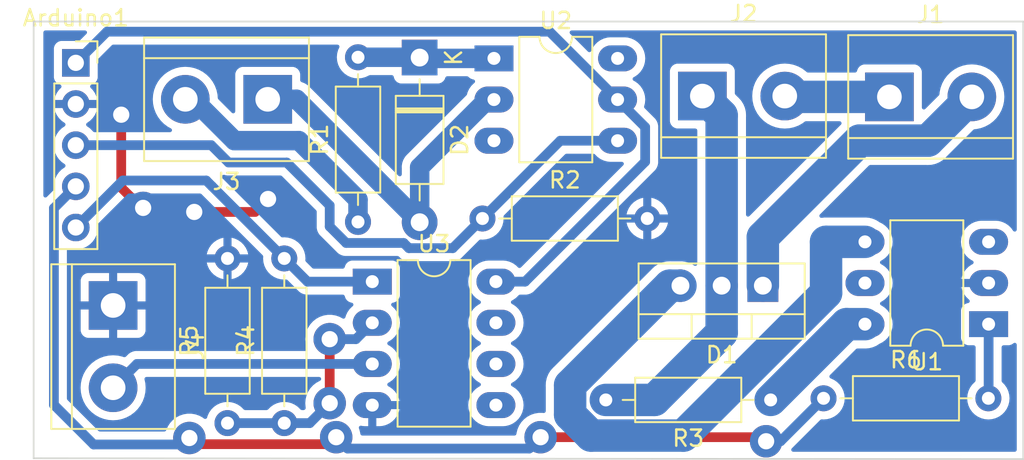
<source format=kicad_pcb>
(kicad_pcb (version 20221018) (generator pcbnew)
  (layers (0 "F.Cu" signal) (31 "B.Cu" signal) (34 "B.Paste" user) (35 "F.Paste" user) (36 "B.SilkS" user "B.Silkscreen") (37 "F.SilkS" user "F.Silkscreen") (38 "B.Mask" user) (39 "F.Mask" user) (44 "Edge.Cuts" user))
  (net 0 "")
  (net 1 "VCC")
  (net 2 "GND")
  (net 3 "CrucePorCero")
  (net 4 "Opto")
  (net 5 "Control")
  (net 6 "Net-(D1-A1)")
  (net 7 "Net-(D1-A2)")
  (net 8 "Net-(D1-G)")
  (net 9 "Net-(D2-K)")
  (net 10 "Net-(D2-A)")
  (net 11 "Net-(J1-Pin_1)")
  (net 12 "Net-(J3-Pin_2)")
  (net 13 "Net-(J4-Pin_2)")
  (net 14 "Net-(R3-Pad1)")
  (net 15 "Net-(U3A--)")
  (net 16 "Net-(R6-Pad2)")
  (footprint "Resistor_THT:R_Axial_DIN0207_L6.3mm_D2.5mm_P10.16mm_Horizontal" (layer "F.Cu") (at 83.895 50.315 90)
    (fp_text reference "R1" (at 5.08 -2.37 90) (layer "F.SilkS"))
    (fp_text value "1.5K")
    (fp_line (start 1.04 0) (end 1.81 0) (stroke (width 0.12)) (layer "F.SilkS"))
    (fp_line (start 1.81 -1.37) (end 1.81 1.37) (stroke (width 0.12)) (layer "F.SilkS"))
    (fp_line (start 1.81 1.37) (end 8.35 1.37) (stroke (width 0.12)) (layer "F.SilkS"))
    (fp_line (start 8.35 -1.37) (end 1.81 -1.37) (stroke (width 0.12)) (layer "F.SilkS"))
    (fp_line (start 8.35 1.37) (end 8.35 -1.37) (stroke (width 0.12)) (layer "F.SilkS"))
    (fp_line (start 9.12 0) (end 8.35 0) (stroke (width 0.12)) (layer "F.SilkS"))
    (pad "1" thru_hole circle (at 0 0 90) (size 1.6 1.6) (drill 0.8) (layers "*.Cu" "*.Mask") (net 12 "Net-(J3-Pin_2)"))
    (pad "2" thru_hole oval (at 10.16 0 90) (size 1.6 1.6) (drill 0.8) (layers "*.Cu" "*.Mask") (net 9 "Net-(D2-K)"))
  )
  (footprint "TerminalBlock:TerminalBlock_bornier-2_P5.08mm" (layer "F.Cu") (at 105.12 42.55)
    (fp_text reference "J2" (at 2.54 -5.08) (layer "F.SilkS"))
    (fp_text value "Carga")
    (fp_line (start -2.54 -3.81) (end -2.54 3.81) (stroke (width 0.12)) (layer "F.SilkS"))
    (fp_line (start -2.54 3.81) (end 7.62 3.81) (stroke (width 0.12)) (layer "F.SilkS"))
    (fp_line (start 7.62 -3.81) (end -2.54 -3.81) (stroke (width 0.12)) (layer "F.SilkS"))
    (fp_line (start 7.62 2.54) (end -2.54 2.54) (stroke (width 0.12)) (layer "F.SilkS"))
    (fp_line (start 7.62 3.81) (end 7.62 -3.81) (stroke (width 0.12)) (layer "F.SilkS"))
    (pad "1" thru_hole rect (at 0 0) (size 3 3) (drill 1.52) (layers "*.Cu" "*.Mask") (net 7 "Net-(D1-A2)"))
    (pad "2" thru_hole circle (at 5.08 0) (size 3 3) (drill 1.52) (layers "*.Cu" "*.Mask") (net 11 "Net-(J1-Pin_1)"))
  )
  (footprint "Resistor_THT:R_Axial_DIN0207_L6.3mm_D2.5mm_P10.16mm_Horizontal" (layer "F.Cu") (at 79.35 62.73 90)
    (fp_text reference "R4" (at 5.08 -2.37 90) (layer "F.SilkS"))
    (fp_text value "3.3K")
    (fp_line (start 1.04 0) (end 1.81 0) (stroke (width 0.12)) (layer "F.SilkS"))
    (fp_line (start 1.81 -1.37) (end 1.81 1.37) (stroke (width 0.12)) (layer "F.SilkS"))
    (fp_line (start 1.81 1.37) (end 8.35 1.37) (stroke (width 0.12)) (layer "F.SilkS"))
    (fp_line (start 8.35 -1.37) (end 1.81 -1.37) (stroke (width 0.12)) (layer "F.SilkS"))
    (fp_line (start 8.35 1.37) (end 8.35 -1.37) (stroke (width 0.12)) (layer "F.SilkS"))
    (fp_line (start 9.12 0) (end 8.35 0) (stroke (width 0.12)) (layer "F.SilkS"))
    (pad "1" thru_hole circle (at 0 0 90) (size 1.6 1.6) (drill 0.8) (layers "*.Cu" "*.Mask") (net 15 "Net-(U3A--)"))
    (pad "2" thru_hole oval (at 10.16 0 90) (size 1.6 1.6) (drill 0.8) (layers "*.Cu" "*.Mask") (net 5 "Control"))
  )
  (footprint "Package_TO_SOT_THT:TO-220-3_Vertical" (layer "F.Cu") (at 108.85 54.25 180)
    (fp_text reference "D1" (at 2.54 -4.27) (layer "F.SilkS"))
    (fp_text value "FT0818MW")
    (fp_line (start -2.58 -3.27) (end -2.58 1.371) (stroke (width 0.12)) (layer "F.SilkS"))
    (fp_line (start -2.58 -3.27) (end 7.66 -3.27) (stroke (width 0.12)) (layer "F.SilkS"))
    (fp_line (start -2.58 -1.76) (end 7.66 -1.76) (stroke (width 0.12)) (layer "F.SilkS"))
    (fp_line (start -2.58 1.371) (end 7.66 1.371) (stroke (width 0.12)) (layer "F.SilkS"))
    (fp_line (start 0.69 -3.27) (end 0.69 -1.76) (stroke (width 0.12)) (layer "F.SilkS"))
    (fp_line (start 4.391 -3.27) (end 4.391 -1.76) (stroke (width 0.12)) (layer "F.SilkS"))
    (fp_line (start 7.66 -3.27) (end 7.66 1.371) (stroke (width 0.12)) (layer "F.SilkS"))
    (pad "1" thru_hole rect (at 0 0 180) (size 1.905 2) (drill 1.1) (layers "*.Cu" "*.Mask") (net 6 "Net-(D1-A1)"))
    (pad "2" thru_hole oval (at 2.54 0 180) (size 1.905 2) (drill 1.1) (layers "*.Cu" "*.Mask") (net 7 "Net-(D1-A2)"))
    (pad "3" thru_hole oval (at 5.08 0 180) (size 1.905 2) (drill 1.1) (layers "*.Cu" "*.Mask") (net 8 "Net-(D1-G)"))
  )
  (footprint "Resistor_THT:R_Axial_DIN0207_L6.3mm_D2.5mm_P10.16mm_Horizontal" (layer "F.Cu") (at 112.59 61.2)
    (fp_text reference "R6" (at 5.08 -2.37) (layer "F.SilkS"))
    (fp_text value "100")
    (fp_line (start 1.04 0) (end 1.81 0) (stroke (width 0.12)) (layer "F.SilkS"))
    (fp_line (start 1.81 -1.37) (end 1.81 1.37) (stroke (width 0.12)) (layer "F.SilkS"))
    (fp_line (start 1.81 1.37) (end 8.35 1.37) (stroke (width 0.12)) (layer "F.SilkS"))
    (fp_line (start 8.35 -1.37) (end 1.81 -1.37) (stroke (width 0.12)) (layer "F.SilkS"))
    (fp_line (start 8.35 1.37) (end 8.35 -1.37) (stroke (width 0.12)) (layer "F.SilkS"))
    (fp_line (start 9.12 0) (end 8.35 0) (stroke (width 0.12)) (layer "F.SilkS"))
    (pad "1" thru_hole circle (at 0 0) (size 1.6 1.6) (drill 0.8) (layers "*.Cu" "*.Mask") (net 4 "Opto"))
    (pad "2" thru_hole oval (at 10.16 0) (size 1.6 1.6) (drill 0.8) (layers "*.Cu" "*.Mask") (net 16 "Net-(R6-Pad2)"))
  )
  (footprint "Diode_THT:D_DO-41_SOD81_P10.16mm_Horizontal" (layer "F.Cu") (at 87.695 40.175 -90)
    (fp_text reference "D2" (at 5.08 -2.47 90) (layer "F.SilkS"))
    (fp_text value "1N4007")
    (fp_text user "K" (at 0 -2.1 90) (layer "F.SilkS"))
    (fp_line (start 1.34 0) (end 2.36 0) (stroke (width 0.12)) (layer "F.SilkS"))
    (fp_line (start 2.36 -1.47) (end 2.36 1.47) (stroke (width 0.12)) (layer "F.SilkS"))
    (fp_line (start 2.36 1.47) (end 7.8 1.47) (stroke (width 0.12)) (layer "F.SilkS"))
    (fp_line (start 3.14 -1.47) (end 3.14 1.47) (stroke (width 0.12)) (layer "F.SilkS"))
    (fp_line (start 3.26 -1.47) (end 3.26 1.47) (stroke (width 0.12)) (layer "F.SilkS"))
    (fp_line (start 3.38 -1.47) (end 3.38 1.47) (stroke (width 0.12)) (layer "F.SilkS"))
    (fp_line (start 7.8 -1.47) (end 2.36 -1.47) (stroke (width 0.12)) (layer "F.SilkS"))
    (fp_line (start 7.8 1.47) (end 7.8 -1.47) (stroke (width 0.12)) (layer "F.SilkS"))
    (fp_line (start 8.82 0) (end 7.8 0) (stroke (width 0.12)) (layer "F.SilkS"))
    (pad "1" thru_hole rect (at 0 0 270) (size 2.2 2.2) (drill 1.1) (layers "*.Cu" "*.Mask") (net 9 "Net-(D2-K)"))
    (pad "2" thru_hole oval (at 10.16 0 270) (size 2.2 2.2) (drill 1.1) (layers "*.Cu" "*.Mask") (net 10 "Net-(D2-A)"))
  )
  (footprint "TerminalBlock:TerminalBlock_bornier-2_P5.08mm" (layer "F.Cu") (at 116.65 42.6)
    (fp_text reference "J1" (at 2.54 -5.08) (layer "F.SilkS"))
    (fp_text value "AC")
    (fp_line (start -2.54 -3.81) (end -2.54 3.81) (stroke (width 0.12)) (layer "F.SilkS"))
    (fp_line (start -2.54 3.81) (end 7.62 3.81) (stroke (width 0.12)) (layer "F.SilkS"))
    (fp_line (start 7.62 -3.81) (end -2.54 -3.81) (stroke (width 0.12)) (layer "F.SilkS"))
    (fp_line (start 7.62 2.54) (end -2.54 2.54) (stroke (width 0.12)) (layer "F.SilkS"))
    (fp_line (start 7.62 3.81) (end 7.62 -3.81) (stroke (width 0.12)) (layer "F.SilkS"))
    (pad "1" thru_hole rect (at 0 0) (size 3 3) (drill 1.52) (layers "*.Cu" "*.Mask") (net 11 "Net-(J1-Pin_1)"))
    (pad "2" thru_hole circle (at 5.08 0) (size 3 3) (drill 1.52) (layers "*.Cu" "*.Mask") (net 6 "Net-(D1-A1)"))
  )
  (footprint "TerminalBlock:TerminalBlock_bornier-2_P5.08mm" (layer "F.Cu") (at 78.33 42.75 180)
    (fp_text reference "J3" (at 2.54 -5.08) (layer "F.SilkS"))
    (fp_text value "Trafo")
    (fp_line (start -2.54 -3.81) (end -2.54 3.81) (stroke (width 0.12)) (layer "F.SilkS"))
    (fp_line (start -2.54 3.81) (end 7.62 3.81) (stroke (width 0.12)) (layer "F.SilkS"))
    (fp_line (start 7.62 -3.81) (end -2.54 -3.81) (stroke (width 0.12)) (layer "F.SilkS"))
    (fp_line (start 7.62 2.54) (end -2.54 2.54) (stroke (width 0.12)) (layer "F.SilkS"))
    (fp_line (start 7.62 3.81) (end 7.62 -3.81) (stroke (width 0.12)) (layer "F.SilkS"))
    (pad "1" thru_hole rect (at 0 0 180) (size 3 3) (drill 1.52) (layers "*.Cu" "*.Mask") (net 10 "Net-(D2-A)"))
    (pad "2" thru_hole circle (at 5.08 0 180) (size 3 3) (drill 1.52) (layers "*.Cu" "*.Mask") (net 12 "Net-(J3-Pin_2)"))
  )
  (footprint "Package_DIP:DIP-8_W7.62mm_LongPads" (layer "F.Cu") (at 84.775 54)
    (fp_text reference "U3" (at 3.81 -2.33) (layer "F.SilkS"))
    (fp_text value "LM358")
    (fp_line (start 1.56 -1.33) (end 1.56 8.95) (stroke (width 0.12)) (layer "F.SilkS"))
    (fp_line (start 1.56 8.95) (end 6.06 8.95) (stroke (width 0.12)) (layer "F.SilkS"))
    (fp_line (start 2.81 -1.33) (end 1.56 -1.33) (stroke (width 0.12)) (layer "F.SilkS"))
    (fp_line (start 6.06 -1.33) (end 4.81 -1.33) (stroke (width 0.12)) (layer "F.SilkS"))
    (fp_line (start 6.06 8.95) (end 6.06 -1.33) (stroke (width 0.12)) (layer "F.SilkS"))
    (fp_arc (start 4.81 -1.33) (mid 3.81 -0.33) (end 2.81 -1.33) (stroke (width 0.12)) (layer "F.SilkS"))
    (pad "1" thru_hole rect (at 0 0) (size 2.4 1.6) (drill 0.8) (layers "*.Cu" "*.Mask") (net 5 "Control"))
    (pad "2" thru_hole oval (at 0 2.54) (size 2.4 1.6) (drill 0.8) (layers "*.Cu" "*.Mask") (net 15 "Net-(U3A--)"))
    (pad "3" thru_hole oval (at 0 5.08) (size 2.4 1.6) (drill 0.8) (layers "*.Cu" "*.Mask") (net 13 "Net-(J4-Pin_2)"))
    (pad "4" thru_hole oval (at 0 7.62) (size 2.4 1.6) (drill 0.8) (layers "*.Cu" "*.Mask") (net 2 "GND"))
    (pad "5" thru_hole oval (at 7.62 7.62) (size 2.4 1.6) (drill 0.8) (layers "*.Cu" "*.Mask"))
    (pad "6" thru_hole oval (at 7.62 5.08) (size 2.4 1.6) (drill 0.8) (layers "*.Cu" "*.Mask"))
    (pad "7" thru_hole oval (at 7.62 2.54) (size 2.4 1.6) (drill 0.8) (layers "*.Cu" "*.Mask"))
    (pad "8" thru_hole oval (at 7.62 0) (size 2.4 1.6) (drill 0.8) (layers "*.Cu" "*.Mask") (net 1 "VCC"))
  )
  (footprint "Resistor_THT:R_Axial_DIN0207_L6.3mm_D2.5mm_P10.16mm_Horizontal" (layer "F.Cu") (at 109.33 61.3 180)
    (fp_text reference "R3" (at 5.08 -2.37) (layer "F.SilkS"))
    (fp_text value "330")
    (fp_line (start 1.04 0) (end 1.81 0) (stroke (width 0.12)) (layer "F.SilkS"))
    (fp_line (start 1.81 -1.37) (end 1.81 1.37) (stroke (width 0.12)) (layer "F.SilkS"))
    (fp_line (start 1.81 1.37) (end 8.35 1.37) (stroke (width 0.12)) (layer "F.SilkS"))
    (fp_line (start 8.35 -1.37) (end 1.81 -1.37) (stroke (width 0.12)) (layer "F.SilkS"))
    (fp_line (start 8.35 1.37) (end 8.35 -1.37) (stroke (width 0.12)) (layer "F.SilkS"))
    (fp_line (start 9.12 0) (end 8.35 0) (stroke (width 0.12)) (layer "F.SilkS"))
    (pad "1" thru_hole circle (at 0 0 180) (size 1.6 1.6) (drill 0.8) (layers "*.Cu" "*.Mask") (net 14 "Net-(R3-Pad1)"))
    (pad "2" thru_hole oval (at 10.16 0 180) (size 1.6 1.6) (drill 0.8) (layers "*.Cu" "*.Mask") (net 7 "Net-(D1-A2)"))
  )
  (footprint "Connector_PinSocket_2.54mm:PinSocket_1x05_P2.54mm_Vertical" (layer "F.Cu") (at 66.5 40.5)
    (fp_text reference "Arduino1" (at 0 -2.77) (layer "F.SilkS"))
    (fp_text value "Conn_01x05")
    (fp_line (start -1.33 1.27) (end -1.33 11.49) (stroke (width 0.12)) (layer "F.SilkS"))
    (fp_line (start -1.33 1.27) (end 1.33 1.27) (stroke (width 0.12)) (layer "F.SilkS"))
    (fp_line (start -1.33 11.49) (end 1.33 11.49) (stroke (width 0.12)) (layer "F.SilkS"))
    (fp_line (start 0 -1.33) (end 1.33 -1.33) (stroke (width 0.12)) (layer "F.SilkS"))
    (fp_line (start 1.33 -1.33) (end 1.33 0) (stroke (width 0.12)) (layer "F.SilkS"))
    (fp_line (start 1.33 1.27) (end 1.33 11.49) (stroke (width 0.12)) (layer "F.SilkS"))
    (pad "1" thru_hole rect (at 0 0) (size 1.7 1.7) (drill 1) (layers "*.Cu" "*.Mask") (net 1 "VCC"))
    (pad "2" thru_hole oval (at 0 2.54) (size 1.7 1.7) (drill 1) (layers "*.Cu" "*.Mask") (net 2 "GND"))
    (pad "3" thru_hole oval (at 0 5.08) (size 1.7 1.7) (drill 1) (layers "*.Cu" "*.Mask") (net 3 "CrucePorCero"))
    (pad "4" thru_hole oval (at 0 7.62) (size 1.7 1.7) (drill 1) (layers "*.Cu" "*.Mask") (net 4 "Opto"))
    (pad "5" thru_hole oval (at 0 10.16) (size 1.7 1.7) (drill 1) (layers "*.Cu" "*.Mask") (net 5 "Control"))
  )
  (footprint "Resistor_THT:R_Axial_DIN0207_L6.3mm_D2.5mm_P10.16mm_Horizontal" (layer "F.Cu") (at 91.565 50.105)
    (fp_text reference "R2" (at 5.08 -2.37) (layer "F.SilkS"))
    (fp_text value "10K")
    (fp_line (start 1.04 0) (end 1.81 0) (stroke (width 0.12)) (layer "F.SilkS"))
    (fp_line (start 1.81 -1.37) (end 1.81 1.37) (stroke (width 0.12)) (layer "F.SilkS"))
    (fp_line (start 1.81 1.37) (end 8.35 1.37) (stroke (width 0.12)) (layer "F.SilkS"))
    (fp_line (start 8.35 -1.37) (end 1.81 -1.37) (stroke (width 0.12)) (layer "F.SilkS"))
    (fp_line (start 8.35 1.37) (end 8.35 -1.37) (stroke (width 0.12)) (layer "F.SilkS"))
    (fp_line (start 9.12 0) (end 8.35 0) (stroke (width 0.12)) (layer "F.SilkS"))
    (pad "1" thru_hole circle (at 0 0) (size 1.6 1.6) (drill 0.8) (layers "*.Cu" "*.Mask") (net 3 "CrucePorCero"))
    (pad "2" thru_hole oval (at 10.16 0) (size 1.6 1.6) (drill 0.8) (layers "*.Cu" "*.Mask") (net 2 "GND"))
  )
  (footprint "Resistor_THT:R_Axial_DIN0207_L6.3mm_D2.5mm_P10.16mm_Horizontal" (layer "F.Cu") (at 75.85 62.73 90)
    (fp_text reference "R5" (at 5.08 -2.37 90) (layer "F.SilkS"))
    (fp_text value "1K")
    (fp_line (start 1.04 0) (end 1.81 0) (stroke (width 0.12)) (layer "F.SilkS"))
    (fp_line (start 1.81 -1.37) (end 1.81 1.37) (stroke (width 0.12)) (layer "F.SilkS"))
    (fp_line (start 1.81 1.37) (end 8.35 1.37) (stroke (width 0.12)) (layer "F.SilkS"))
    (fp_line (start 8.35 -1.37) (end 1.81 -1.37) (stroke (width 0.12)) (layer "F.SilkS"))
    (fp_line (start 8.35 1.37) (end 8.35 -1.37) (stroke (width 0.12)) (layer "F.SilkS"))
    (fp_line (start 9.12 0) (end 8.35 0) (stroke (width 0.12)) (layer "F.SilkS"))
    (pad "1" thru_hole circle (at 0 0 90) (size 1.6 1.6) (drill 0.8) (layers "*.Cu" "*.Mask") (net 15 "Net-(U3A--)"))
    (pad "2" thru_hole oval (at 10.16 0 90) (size 1.6 1.6) (drill 0.8) (layers "*.Cu" "*.Mask") (net 2 "GND"))
  )
  (footprint "Package_DIP:DIP-6_W7.62mm_LongPads" (layer "F.Cu") (at 92.275 40.225)
    (fp_text reference "U2" (at 3.81 -2.33) (layer "F.SilkS"))
    (fp_text value "4N25")
    (fp_line (start 1.56 -1.33) (end 1.56 6.41) (stroke (width 0.12)) (layer "F.SilkS"))
    (fp_line (start 1.56 6.41) (end 6.06 6.41) (stroke (width 0.12)) (layer "F.SilkS"))
    (fp_line (start 2.81 -1.33) (end 1.56 -1.33) (stroke (width 0.12)) (layer "F.SilkS"))
    (fp_line (start 6.06 -1.33) (end 4.81 -1.33) (stroke (width 0.12)) (layer "F.SilkS"))
    (fp_line (start 6.06 6.41) (end 6.06 -1.33) (stroke (width 0.12)) (layer "F.SilkS"))
    (fp_arc (start 4.81 -1.33) (mid 3.81 -0.33) (end 2.81 -1.33) (stroke (width 0.12)) (layer "F.SilkS"))
    (pad "1" thru_hole rect (at 0 0) (size 2.4 1.6) (drill 0.8) (layers "*.Cu" "*.Mask") (net 9 "Net-(D2-K)"))
    (pad "2" thru_hole oval (at 0 2.54) (size 2.4 1.6) (drill 0.8) (layers "*.Cu" "*.Mask") (net 10 "Net-(D2-A)"))
    (pad "3" thru_hole oval (at 0 5.08) (size 2.4 1.6) (drill 0.8) (layers "*.Cu" "*.Mask"))
    (pad "4" thru_hole oval (at 7.62 5.08) (size 2.4 1.6) (drill 0.8) (layers "*.Cu" "*.Mask") (net 3 "CrucePorCero"))
    (pad "5" thru_hole oval (at 7.62 2.54) (size 2.4 1.6) (drill 0.8) (layers "*.Cu" "*.Mask") (net 1 "VCC"))
    (pad "6" thru_hole oval (at 7.62 0) (size 2.4 1.6) (drill 0.8) (layers "*.Cu" "*.Mask"))
  )
  (footprint "Package_DIP:DIP-6_W7.62mm_LongPads" (layer "F.Cu") (at 122.765 56.625 180)
    (fp_text reference "U1" (at 3.81 -2.33) (layer "F.SilkS"))
    (fp_text value "MOC3021M")
    (fp_line (start 1.56 -1.33) (end 1.56 6.41) (stroke (width 0.12)) (layer "F.SilkS"))
    (fp_line (start 1.56 6.41) (end 6.06 6.41) (stroke (width 0.12)) (layer "F.SilkS"))
    (fp_line (start 2.81 -1.33) (end 1.56 -1.33) (stroke (width 0.12)) (layer "F.SilkS"))
    (fp_line (start 6.06 -1.33) (end 4.81 -1.33) (stroke (width 0.12)) (layer "F.SilkS"))
    (fp_line (start 6.06 6.41) (end 6.06 -1.33) (stroke (width 0.12)) (layer "F.SilkS"))
    (fp_arc (start 4.81 -1.33) (mid 3.81 -0.33) (end 2.81 -1.33) (stroke (width 0.12)) (layer "F.SilkS"))
    (pad "1" thru_hole rect (at 0 0 180) (size 2.4 1.6) (drill 0.8) (layers "*.Cu" "*.Mask") (net 16 "Net-(R6-Pad2)"))
    (pad "2" thru_hole oval (at 0 2.54 180) (size 2.4 1.6) (drill 0.8) (layers "*.Cu" "*.Mask") (net 2 "GND"))
    (pad "3" thru_hole oval (at 0 5.08 180) (size 2.4 1.6) (drill 0.8) (layers "*.Cu" "*.Mask"))
    (pad "4" thru_hole oval (at 7.62 5.08 180) (size 2.4 1.6) (drill 0.8) (layers "*.Cu" "*.Mask") (net 8 "Net-(D1-G)"))
    (pad "5" thru_hole oval (at 7.62 2.54 180) (size 2.4 1.6) (drill 0.8) (layers "*.Cu" "*.Mask"))
    (pad "6" thru_hole oval (at 7.62 0 180) (size 2.4 1.6) (drill 0.8) (layers "*.Cu" "*.Mask") (net 14 "Net-(R3-Pad1)"))
  )
  (footprint "TerminalBlock:TerminalBlock_bornier-2_P5.08mm" (layer "F.Cu") (at 68.8 55.47 -90)
    (fp_text reference "J4" (at 2.54 -5.08 90) (layer "F.SilkS"))
    (fp_text value "Entrada_Control")
    (fp_line (start -2.54 -3.81) (end -2.54 3.81) (stroke (width 0.12)) (layer "F.SilkS"))
    (fp_line (start -2.54 3.81) (end 7.62 3.81) (stroke (width 0.12)) (layer "F.SilkS"))
    (fp_line (start 7.62 -3.81) (end -2.54 -3.81) (stroke (width 0.12)) (layer "F.SilkS"))
    (fp_line (start 7.62 2.54) (end -2.54 2.54) (stroke (width 0.12)) (layer "F.SilkS"))
    (fp_line (start 7.62 3.81) (end 7.62 -3.81) (stroke (width 0.12)) (layer "F.SilkS"))
    (pad "1" thru_hole rect (at 0 0 270) (size 3 3) (drill 1.52) (layers "*.Cu" "*.Mask") (net 2 "GND"))
    (pad "2" thru_hole circle (at 5.08 0 270) (size 3 3) (drill 1.52) (layers "*.Cu" "*.Mask") (net 13 "Net-(J4-Pin_2)"))
  )
  (gr_line (start 124.9 64.95) (end 63.9 64.9) (stroke (width 0.1)) (layer "Edge.Cuts"))
  (gr_line (start 63.9 37.95) (end 124.9 37.95) (stroke (width 0.1)) (layer "Edge.Cuts"))
  (gr_line (start 63.9 64.9) (end 63.9 37.95) (stroke (width 0.1)) (layer "Edge.Cuts"))
  (gr_line (start 124.9 37.95) (end 124.9 64.95) (stroke (width 0.1)) (layer "Edge.Cuts"))
  (segment (start 95.705 38.575) (end 68.425 38.575) (width 0.6) (layer "B.Cu") (net 1))
  (segment (start 101.595 46.6) (end 101.595 44.465) (width 0.6) (layer "B.Cu") (net 1))
  (segment (start 92.395 54) (end 94.195 54) (width 0.6) (layer "B.Cu") (net 1))
  (segment (start 68.425 38.575) (end 66.5 40.5) (width 0.6) (layer "B.Cu") (net 1))
  (segment (start 99.895 42.765) (end 95.705 38.575) (width 0.6) (layer "B.Cu") (net 1))
  (segment (start 101.595 44.465) (end 99.895 42.765) (width 0.6) (layer "B.Cu") (net 1))
  (segment (start 94.195 54) (end 101.595 46.6) (width 0.6) (layer "B.Cu") (net 1))
  (segment (start 69.3 43.7) (end 69.3 48.2) (width 0.6) (layer "F.Cu") (net 2))
  (segment (start 73.8 49.7) (end 77.55 49.7) (width 0.6) (layer "F.Cu") (net 2))
  (segment (start 70.65 49.45) (end 70.65 49.55) (width 0.6) (layer "F.Cu") (net 2))
  (segment (start 78.35 48.9) (end 78.2 49.05) (width 0.6) (layer "F.Cu") (net 2))
  (segment (start 69.3 48.2) (end 70.55 49.45) (width 0.6) (layer "F.Cu") (net 2))
  (segment (start 70.55 49.45) (end 70.65 49.45) (width 0.6) (layer "F.Cu") (net 2))
  (segment (start 77.55 49.7) (end 78.35 48.9) (width 0.6) (layer "F.Cu") (net 2))
  (segment (start 70.65 49.55) (end 70.55 49.45) (width 0.6) (layer "F.Cu") (net 2))
  (via (at 73.8 49.7) (size 2) (drill 1) (layers "F.Cu" "B.Cu") (net 2))
  (via (at 70.65 49.45) (size 2) (drill 1) (layers "F.Cu" "B.Cu") (net 2))
  (via (at 78.35 48.9) (size 2) (drill 1) (layers "F.Cu" "B.Cu") (net 2))
  (via (at 69.3 43.7) (size 2) (drill 1) (layers "F.Cu" "B.Cu") (net 2))
  (segment (start 82.15 50.6) (end 82.15 49.3) (width 0.6) (layer "B.Cu") (net 3))
  (segment (start 75.918478 46.65) (end 74.848478 45.58) (width 0.6) (layer "B.Cu") (net 3))
  (segment (start 96.365 45.305) (end 91.565 50.105) (width 0.6) (layer "B.Cu") (net 3))
  (segment (start 74.848478 45.58) (end 66.5 45.58) (width 0.6) (layer "B.Cu") (net 3))
  (segment (start 79.5 46.65) (end 75.918478 46.65) (width 0.6) (layer "B.Cu") (net 3))
  (segment (start 91.565 50.105) (end 89.735 51.935) (width 0.6) (layer "B.Cu") (net 3))
  (segment (start 83.165 51.615) (end 86.712258 51.615) (width 0.6) (layer "B.Cu") (net 3))
  (segment (start 99.895 45.305) (end 96.365 45.305) (width 0.6) (layer "B.Cu") (net 3))
  (segment (start 82.15 49.3) (end 79.5 46.65) (width 0.6) (layer "B.Cu") (net 3))
  (segment (start 82.15 50.6) (end 83.165 51.615) (width 0.6) (layer "B.Cu") (net 3))
  (segment (start 87.032258 51.935) (end 89.735 51.935) (width 0.6) (layer "B.Cu") (net 3))
  (segment (start 86.712258 51.615) (end 87.032258 51.935) (width 0.6) (layer "B.Cu") (net 3))
  (segment (start 108.65 63.6) (end 108.9 63.85) (width 0.6) (layer "F.Cu") (net 4))
  (segment (start 82.12 64.03) (end 82.55 63.6) (width 0.6) (layer "F.Cu") (net 4))
  (segment (start 82.55 63.6) (end 82.45 63.7) (width 0.6) (layer "F.Cu") (net 4))
  (segment (start 73.88 64.03) (end 82.12 64.03) (width 0.6) (layer "F.Cu") (net 4))
  (segment (start 108.9 63.85) (end 109.05 63.85) (width 0.6) (layer "F.Cu") (net 4))
  (segment (start 109.05 63.85) (end 109.05 64) (width 0.6) (layer "F.Cu") (net 4))
  (segment (start 73.5 63.65) (end 73.88 64.03) (width 0.6) (layer "F.Cu") (net 4))
  (segment (start 109.05 64) (end 108.95 63.9) (width 0.6) (layer "F.Cu") (net 4))
  (segment (start 95.15 63.6) (end 108.65 63.6) (width 0.6) (layer "F.Cu") (net 4))
  (via (at 109.05 63.85) (size 2) (drill 1) (layers "F.Cu" "B.Cu") (net 4))
  (via (at 73.5 63.65) (size 2) (drill 1) (layers "F.Cu" "B.Cu") (net 4))
  (via (at 95.15 63.6) (size 2) (drill 1) (layers "F.Cu" "B.Cu") (net 4))
  (via (at 82.55 63.6) (size 2) (drill 1) (layers "F.Cu" "B.Cu") (net 4))
  (segment (start 83.25 64.3) (end 82.55 63.6) (width 0.6) (layer "B.Cu") (net 4))
  (segment (start 94.45 64.3) (end 83.25 64.3) (width 0.6) (layer "B.Cu") (net 4))
  (segment (start 66.5 48.12) (end 65.15 49.47) (width 0.6) (layer "B.Cu") (net 4))
  (segment (start 95.15 63.6) (end 94.45 64.3) (width 0.6) (layer "B.Cu") (net 4))
  (segment (start 109.94 63.85) (end 112.59 61.2) (width 0.6) (layer "B.Cu") (net 4))
  (segment (start 73.45 64.05) (end 73.35 64.05) (width 0.6) (layer "B.Cu") (net 4))
  (segment (start 65.15 61.6) (end 67.6 64.05) (width 0.6) (layer "B.Cu") (net 4))
  (segment (start 67.6 64.05) (end 73.1 64.05) (width 0.6) (layer "B.Cu") (net 4))
  (segment (start 109.05 63.85) (end 109.94 63.85) (width 0.6) (layer "B.Cu") (net 4))
  (segment (start 73.1 64.05) (end 73.5 63.65) (width 0.6) (layer "B.Cu") (net 4))
  (segment (start 65.15 49.47) (end 65.15 61.6) (width 0.6) (layer "B.Cu") (net 4))
  (segment (start 79.35 52.57) (end 74.89 48.11) (width 0.6) (layer "B.Cu") (net 5))
  (segment (start 74.54 47.76) (end 74.89 48.11) (width 0.6) (layer "B.Cu") (net 5))
  (segment (start 80.78 54) (end 79.35 52.57) (width 0.6) (layer "B.Cu") (net 5))
  (segment (start 84.775 54) (end 80.78 54) (width 0.6) (layer "B.Cu") (net 5))
  (segment (start 69.4 47.76) (end 66.5 50.66) (width 0.6) (layer "B.Cu") (net 5))
  (segment (start 69.4 47.76) (end 74.54 47.76) (width 0.6) (layer "B.Cu") (net 5))
  (segment (start 108.85 51.25) (end 114.8 45.3) (width 2) (layer "B.Cu") (net 6))
  (segment (start 114.8 45.3) (end 119.03 45.3) (width 2) (layer "B.Cu") (net 6))
  (segment (start 119.03 45.3) (end 121.73 42.6) (width 2) (layer "B.Cu") (net 6))
  (segment (start 108.85 54.25) (end 108.85 51.25) (width 2) (layer "B.Cu") (net 6))
  (segment (start 105.12 42.55) (end 106.31 43.74) (width 2) (layer "B.Cu") (net 7))
  (segment (start 106.31 57.155) (end 102.165 61.3) (width 2) (layer "B.Cu") (net 7))
  (segment (start 102.165 61.3) (end 99.17 61.3) (width 2) (layer "B.Cu") (net 7))
  (segment (start 106.31 43.74) (end 106.31 54.25) (width 2) (layer "B.Cu") (net 7))
  (segment (start 106.31 54.25) (end 106.31 57.155) (width 2) (layer "B.Cu") (net 7))
  (segment (start 115.145 51.545) (end 112.745 51.545) (width 2) (layer "B.Cu") (net 8))
  (segment (start 103.9525 63.5) (end 98.25873 63.5) (width 2) (layer "B.Cu") (net 8))
  (segment (start 96.97 62.21127) (end 96.97 60.38873) (width 2) (layer "B.Cu") (net 8))
  (segment (start 98.25873 63.5) (end 96.97 62.21127) (width 2) (layer "B.Cu") (net 8))
  (segment (start 103.10873 54.25) (end 103.77 54.25) (width 2) (layer "B.Cu") (net 8))
  (segment (start 96.97 60.38873) (end 103.10873 54.25) (width 2) (layer "B.Cu") (net 8))
  (segment (start 112.745 51.545) (end 112.745 54.7075) (width 2) (layer "B.Cu") (net 8))
  (segment (start 112.745 54.7075) (end 103.9525 63.5) (width 2) (layer "B.Cu") (net 8))
  (segment (start 83.895 40.155) (end 87.675 40.155) (width 1.2) (layer "B.Cu") (net 9))
  (segment (start 92.275 40.225) (end 87.745 40.225) (width 1.2) (layer "B.Cu") (net 9))
  (segment (start 87.745 40.225) (end 87.695 40.175) (width 1.2) (layer "B.Cu") (net 9))
  (segment (start 87.675 40.155) (end 87.695 40.175) (width 1.2) (layer "B.Cu") (net 9))
  (segment (start 91.875 42.765) (end 87.695 46.945) (width 1.2) (layer "B.Cu") (net 10))
  (segment (start 78.33 42.75) (end 80.11 42.75) (width 1.2) (layer "B.Cu") (net 10))
  (segment (start 92.275 42.765) (end 91.875 42.765) (width 1.2) (layer "B.Cu") (net 10))
  (segment (start 80.11 42.75) (end 87.695 50.335) (width 1.2) (layer "B.Cu") (net 10))
  (segment (start 87.695 46.945) (end 87.695 50.335) (width 1.2) (layer "B.Cu") (net 10))
  (segment (start 116.65 42.6) (end 110.25 42.6) (width 2) (layer "B.Cu") (net 11))
  (segment (start 110.25 42.6) (end 110.2 42.55) (width 2) (layer "B.Cu") (net 11))
  (segment (start 83.895 48.945) (end 83.895 50.315) (width 1.2) (layer "B.Cu") (net 12))
  (segment (start 76.28 45.3) (end 80.25 45.3) (width 1.2) (layer "B.Cu") (net 12))
  (segment (start 73.73 42.75) (end 76.28 45.3) (width 1.2) (layer "B.Cu") (net 12))
  (segment (start 73.25 42.75) (end 73.73 42.75) (width 1.2) (layer "B.Cu") (net 12))
  (segment (start 80.25 45.3) (end 83.895 48.945) (width 1.2) (layer "B.Cu") (net 12))
  (segment (start 70.27 59.08) (end 68.8 60.55) (width 0.6) (layer "B.Cu") (net 13))
  (segment (start 84.775 59.08) (end 70.27 59.08) (width 0.6) (layer "B.Cu") (net 13))
  (segment (start 109.33 61.3) (end 114.005 56.625) (width 2) (layer "B.Cu") (net 14))
  (segment (start 114.005 56.625) (end 115.145 56.625) (width 2) (layer "B.Cu") (net 14))
  (segment (start 82.15 57.55) (end 82.1 57.65) (width 0.6) (layer "F.Cu") (net 15))
  (segment (start 82.15 57.55) (end 82.15 61.5) (width 0.6) (layer "F.Cu") (net 15))
  (via (at 82.15 57.55) (size 2) (drill 1) (layers "F.Cu" "B.Cu") (net 15))
  (via (at 82.15 61.5) (size 2) (drill 1) (layers "F.Cu" "B.Cu") (net 15))
  (segment (start 80.92 62.73) (end 82.15 61.5) (width 0.6) (layer "B.Cu") (net 15))
  (segment (start 82.15 57.55) (end 83.765 57.55) (width 0.6) (layer "B.Cu") (net 15))
  (segment (start 75.85 62.73) (end 79.35 62.73) (width 0.6) (layer "B.Cu") (net 15))
  (segment (start 83.765 57.55) (end 84.775 56.54) (width 0.6) (layer "B.Cu") (net 15))
  (segment (start 79.35 62.73) (end 80.92 62.73) (width 0.6) (layer "B.Cu") (net 15))
  (segment (start 122.765 61.185) (end 122.75 61.2) (width 0.6) (layer "B.Cu") (net 16))
  (segment (start 122.765 56.625) (end 122.765 61.185) (width 0.6) (layer "B.Cu") (net 16))
  (zone (net 2) (net_name "GND") (layer "B.Cu") (connect_pads (clearance 0.5)) (min_thickness 0.25) (fill yes (thermal_gap 0.5) (thermal_bridge_width 0.5))
    (polygon (pts (xy 124.5 38.5) (xy 124.5 64.5) (xy 64.5 64.5) (xy 64.5 38.5)))
  )
)
</source>
